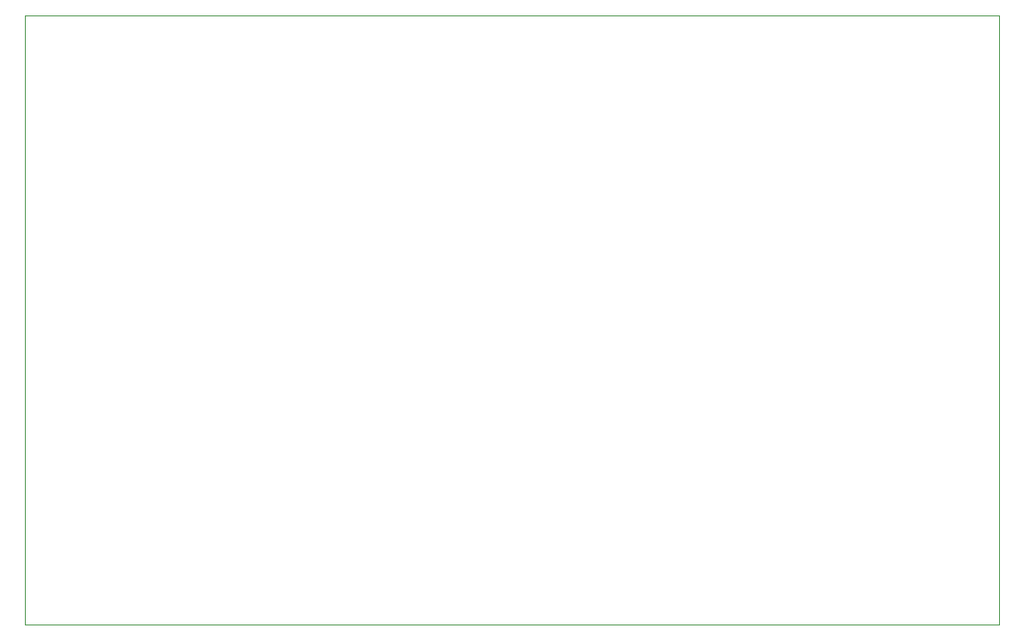
<source format=gbr>
%TF.GenerationSoftware,KiCad,Pcbnew,(6.0.11)*%
%TF.CreationDate,2023-01-29T20:34:14-05:00*%
%TF.ProjectId,Coil_Winder,436f696c-5f57-4696-9e64-65722e6b6963,rev?*%
%TF.SameCoordinates,Original*%
%TF.FileFunction,Profile,NP*%
%FSLAX46Y46*%
G04 Gerber Fmt 4.6, Leading zero omitted, Abs format (unit mm)*
G04 Created by KiCad (PCBNEW (6.0.11)) date 2023-01-29 20:34:14*
%MOMM*%
%LPD*%
G01*
G04 APERTURE LIST*
%TA.AperFunction,Profile*%
%ADD10C,0.100000*%
%TD*%
G04 APERTURE END LIST*
D10*
X51000000Y-124000000D02*
X147000000Y-124000000D01*
X147000000Y-124000000D02*
X147000000Y-64000000D01*
X147000000Y-64000000D02*
X51000000Y-64000000D01*
X51000000Y-64000000D02*
X51000000Y-124000000D01*
M02*

</source>
